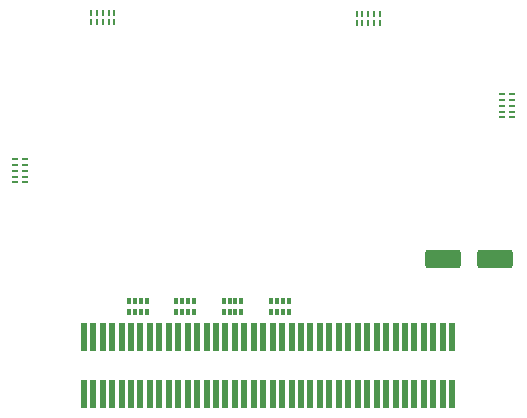
<source format=gbr>
G04 #@! TF.GenerationSoftware,KiCad,Pcbnew,6.0.7-1.fc35*
G04 #@! TF.CreationDate,2022-09-05T19:11:37-05:00*
G04 #@! TF.ProjectId,pmod-adapter,706d6f64-2d61-4646-9170-7465722e6b69,rev?*
G04 #@! TF.SameCoordinates,Original*
G04 #@! TF.FileFunction,Paste,Bot*
G04 #@! TF.FilePolarity,Positive*
%FSLAX46Y46*%
G04 Gerber Fmt 4.6, Leading zero omitted, Abs format (unit mm)*
G04 Created by KiCad (PCBNEW 6.0.7-1.fc35) date 2022-09-05 19:11:37*
%MOMM*%
%LPD*%
G01*
G04 APERTURE LIST*
G04 Aperture macros list*
%AMRoundRect*
0 Rectangle with rounded corners*
0 $1 Rounding radius*
0 $2 $3 $4 $5 $6 $7 $8 $9 X,Y pos of 4 corners*
0 Add a 4 corners polygon primitive as box body*
4,1,4,$2,$3,$4,$5,$6,$7,$8,$9,$2,$3,0*
0 Add four circle primitives for the rounded corners*
1,1,$1+$1,$2,$3*
1,1,$1+$1,$4,$5*
1,1,$1+$1,$6,$7*
1,1,$1+$1,$8,$9*
0 Add four rect primitives between the rounded corners*
20,1,$1+$1,$2,$3,$4,$5,0*
20,1,$1+$1,$4,$5,$6,$7,0*
20,1,$1+$1,$6,$7,$8,$9,0*
20,1,$1+$1,$8,$9,$2,$3,0*%
G04 Aperture macros list end*
%ADD10R,0.200000X0.475000*%
%ADD11R,0.400000X0.500000*%
%ADD12R,0.300000X0.500000*%
%ADD13R,0.475000X0.200000*%
%ADD14R,0.500000X2.400000*%
%ADD15RoundRect,0.250000X1.250000X0.550000X-1.250000X0.550000X-1.250000X-0.550000X1.250000X-0.550000X0*%
G04 APERTURE END LIST*
D10*
G04 #@! TO.C,D3*
X132000000Y-66225000D03*
X132000000Y-67000000D03*
X131000000Y-67000000D03*
X131500000Y-66225000D03*
X131500000Y-67000000D03*
X130500000Y-67000000D03*
X130500000Y-66225000D03*
X131000000Y-66225000D03*
X130000000Y-66225000D03*
X130000000Y-67000000D03*
G04 #@! TD*
D11*
G04 #@! TO.C,RN3*
X114750000Y-90500000D03*
D12*
X115250000Y-90500000D03*
X115750000Y-90500000D03*
D11*
X116250000Y-90500000D03*
X116250000Y-91500000D03*
D12*
X115750000Y-91500000D03*
X115250000Y-91500000D03*
D11*
X114750000Y-91500000D03*
G04 #@! TD*
D13*
G04 #@! TO.C,D7*
X101112500Y-78500000D03*
X101887500Y-78500000D03*
X101887500Y-79500000D03*
X101112500Y-79000000D03*
X101887500Y-79000000D03*
X101112500Y-80000000D03*
X101887500Y-80000000D03*
X101112500Y-79500000D03*
X101112500Y-80500000D03*
X101887500Y-80500000D03*
G04 #@! TD*
D11*
G04 #@! TO.C,RN4*
X110750000Y-90500000D03*
D12*
X111250000Y-90500000D03*
X111750000Y-90500000D03*
D11*
X112250000Y-90500000D03*
X112250000Y-91500000D03*
D12*
X111750000Y-91500000D03*
X111250000Y-91500000D03*
D11*
X110750000Y-91500000D03*
G04 #@! TD*
D13*
G04 #@! TO.C,D1*
X143131251Y-75000000D03*
X142356251Y-75000000D03*
X142356251Y-74000000D03*
X142356251Y-74500000D03*
X143131251Y-74500000D03*
X143131251Y-73500000D03*
X142356251Y-73500000D03*
X143131251Y-74000000D03*
X142356251Y-73000000D03*
X143131251Y-73000000D03*
G04 #@! TD*
D14*
G04 #@! TO.C,J5*
X138100000Y-98400000D03*
X138100000Y-93600000D03*
X137300000Y-98400000D03*
X137300000Y-93600000D03*
X136500000Y-98400000D03*
X136500000Y-93600000D03*
X135700000Y-98400000D03*
X135700000Y-93600000D03*
X134900000Y-98400000D03*
X134900000Y-93600000D03*
X134100000Y-98400000D03*
X134100000Y-93600000D03*
X133300000Y-98400000D03*
X133300000Y-93600000D03*
X132500000Y-98400000D03*
X132500000Y-93600000D03*
X131700000Y-98400000D03*
X131700000Y-93600000D03*
X130900000Y-98400000D03*
X130900000Y-93600000D03*
X130100000Y-98400000D03*
X130100000Y-93600000D03*
X129300000Y-98400000D03*
X129300000Y-93600000D03*
X128500000Y-98400000D03*
X128500000Y-93600000D03*
X127700000Y-98400000D03*
X127700000Y-93600000D03*
X126900000Y-98400000D03*
X126900000Y-93600000D03*
X126100000Y-98400000D03*
X126100000Y-93600000D03*
X125300000Y-98400000D03*
X125300000Y-93600000D03*
X124500000Y-98400000D03*
X124500000Y-93600000D03*
X123700000Y-98400000D03*
X123700000Y-93600000D03*
X122900000Y-98400000D03*
X122900000Y-93600000D03*
X122100000Y-98400000D03*
X122100000Y-93600000D03*
X121300000Y-98400000D03*
X121300000Y-93600000D03*
X120500000Y-98400000D03*
X120500000Y-93600000D03*
X119700000Y-98400000D03*
X119700000Y-93600000D03*
X118900000Y-98400000D03*
X118900000Y-93600000D03*
X118100000Y-98400000D03*
X118100000Y-93600000D03*
X117300000Y-98400000D03*
X117300000Y-93600000D03*
X116500000Y-98400000D03*
X116500000Y-93600000D03*
X115700000Y-98400000D03*
X115700000Y-93600000D03*
X114900000Y-98400000D03*
X114900000Y-93600000D03*
X114100000Y-98400000D03*
X114100000Y-93600000D03*
X113300000Y-98400000D03*
X113300000Y-93600000D03*
X112500000Y-98400000D03*
X112500000Y-93600000D03*
X111700000Y-98400000D03*
X111700000Y-93600000D03*
X110900000Y-98400000D03*
X110900000Y-93600000D03*
X110100000Y-98400000D03*
X110100000Y-93600000D03*
X109300000Y-98400000D03*
X109300000Y-93600000D03*
X108500000Y-98400000D03*
X108500000Y-93600000D03*
X107700000Y-98400000D03*
X107700000Y-93600000D03*
X106900000Y-98400000D03*
X106900000Y-93600000D03*
G04 #@! TD*
D10*
G04 #@! TO.C,D5*
X109500000Y-66112500D03*
X109500000Y-66887500D03*
X108500000Y-66887500D03*
X109000000Y-66112500D03*
X109000000Y-66887500D03*
X108000000Y-66112500D03*
X108000000Y-66887500D03*
X108500000Y-66112500D03*
X107500000Y-66112500D03*
X107500000Y-66887500D03*
G04 #@! TD*
D15*
G04 #@! TO.C,C5*
X141700000Y-87000000D03*
X137300000Y-87000000D03*
G04 #@! TD*
D11*
G04 #@! TO.C,RN1*
X122750000Y-90500000D03*
D12*
X123250000Y-90500000D03*
X123750000Y-90500000D03*
D11*
X124250000Y-90500000D03*
X124250000Y-91500000D03*
D12*
X123750000Y-91500000D03*
X123250000Y-91500000D03*
D11*
X122750000Y-91500000D03*
G04 #@! TD*
G04 #@! TO.C,RN2*
X118750000Y-90500000D03*
D12*
X119250000Y-90500000D03*
X119750000Y-90500000D03*
D11*
X120250000Y-90500000D03*
X120250000Y-91500000D03*
D12*
X119750000Y-91500000D03*
X119250000Y-91500000D03*
D11*
X118750000Y-91500000D03*
G04 #@! TD*
M02*

</source>
